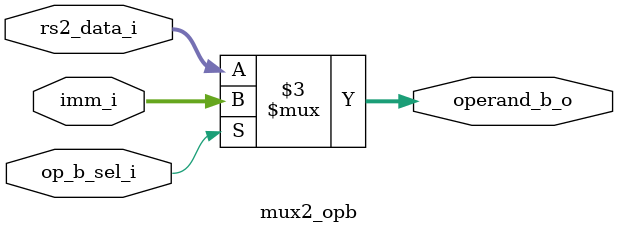
<source format=sv>
module mux2_opb (
   input logic [31:0] imm_i,
   input logic [31:0] rs2_data_i,
   input logic op_b_sel_i,
   output logic [31:0] operand_b_o
);

  always_comb begin
    if (op_b_sel_i) operand_b_o = imm_i;
    else operand_b_o = rs2_data_i;
  end
endmodule


</source>
